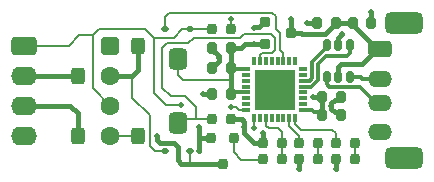
<source format=gtl>
G04*
G04 #@! TF.GenerationSoftware,Altium Limited,Altium Designer,24.1.2 (44)*
G04*
G04 Layer_Physical_Order=1*
G04 Layer_Color=25308*
%FSLAX25Y25*%
%MOIN*%
G70*
G04*
G04 #@! TF.SameCoordinates,EE77DEAB-9AB2-494E-AFD2-A50B0434E7B8*
G04*
G04*
G04 #@! TF.FilePolarity,Positive*
G04*
G01*
G75*
%ADD11C,0.00787*%
G04:AMPARAMS|DCode=14|XSize=11.81mil|YSize=27.56mil|CornerRadius=2.95mil|HoleSize=0mil|Usage=FLASHONLY|Rotation=270.000|XOffset=0mil|YOffset=0mil|HoleType=Round|Shape=RoundedRectangle|*
%AMROUNDEDRECTD14*
21,1,0.01181,0.02165,0,0,270.0*
21,1,0.00591,0.02756,0,0,270.0*
1,1,0.00591,-0.01083,-0.00295*
1,1,0.00591,-0.01083,0.00295*
1,1,0.00591,0.01083,0.00295*
1,1,0.00591,0.01083,-0.00295*
%
%ADD14ROUNDEDRECTD14*%
G04:AMPARAMS|DCode=15|XSize=11.81mil|YSize=27.56mil|CornerRadius=2.95mil|HoleSize=0mil|Usage=FLASHONLY|Rotation=180.000|XOffset=0mil|YOffset=0mil|HoleType=Round|Shape=RoundedRectangle|*
%AMROUNDEDRECTD15*
21,1,0.01181,0.02165,0,0,180.0*
21,1,0.00591,0.02756,0,0,180.0*
1,1,0.00591,-0.00295,0.01083*
1,1,0.00591,0.00295,0.01083*
1,1,0.00591,0.00295,-0.01083*
1,1,0.00591,-0.00295,-0.01083*
%
%ADD15ROUNDEDRECTD15*%
G04:AMPARAMS|DCode=16|XSize=35.43mil|YSize=31.5mil|CornerRadius=7.87mil|HoleSize=0mil|Usage=FLASHONLY|Rotation=90.000|XOffset=0mil|YOffset=0mil|HoleType=Round|Shape=RoundedRectangle|*
%AMROUNDEDRECTD16*
21,1,0.03543,0.01575,0,0,90.0*
21,1,0.01968,0.03150,0,0,90.0*
1,1,0.01575,0.00787,0.00984*
1,1,0.01575,0.00787,-0.00984*
1,1,0.01575,-0.00787,-0.00984*
1,1,0.01575,-0.00787,0.00984*
%
%ADD16ROUNDEDRECTD16*%
G04:AMPARAMS|DCode=17|XSize=39.37mil|YSize=31.5mil|CornerRadius=7.87mil|HoleSize=0mil|Usage=FLASHONLY|Rotation=90.000|XOffset=0mil|YOffset=0mil|HoleType=Round|Shape=RoundedRectangle|*
%AMROUNDEDRECTD17*
21,1,0.03937,0.01575,0,0,90.0*
21,1,0.02362,0.03150,0,0,90.0*
1,1,0.01575,0.00787,0.01181*
1,1,0.01575,0.00787,-0.01181*
1,1,0.01575,-0.00787,-0.01181*
1,1,0.01575,-0.00787,0.01181*
%
%ADD17ROUNDEDRECTD17*%
G04:AMPARAMS|DCode=18|XSize=31.5mil|YSize=35.43mil|CornerRadius=7.87mil|HoleSize=0mil|Usage=FLASHONLY|Rotation=0.000|XOffset=0mil|YOffset=0mil|HoleType=Round|Shape=RoundedRectangle|*
%AMROUNDEDRECTD18*
21,1,0.03150,0.01968,0,0,0.0*
21,1,0.01575,0.03543,0,0,0.0*
1,1,0.01575,0.00787,-0.00984*
1,1,0.01575,-0.00787,-0.00984*
1,1,0.01575,-0.00787,0.00984*
1,1,0.01575,0.00787,0.00984*
%
%ADD18ROUNDEDRECTD18*%
G04:AMPARAMS|DCode=19|XSize=17.72mil|YSize=23.62mil|CornerRadius=4.43mil|HoleSize=0mil|Usage=FLASHONLY|Rotation=270.000|XOffset=0mil|YOffset=0mil|HoleType=Round|Shape=RoundedRectangle|*
%AMROUNDEDRECTD19*
21,1,0.01772,0.01476,0,0,270.0*
21,1,0.00886,0.02362,0,0,270.0*
1,1,0.00886,-0.00738,-0.00443*
1,1,0.00886,-0.00738,0.00443*
1,1,0.00886,0.00738,0.00443*
1,1,0.00886,0.00738,-0.00443*
%
%ADD19ROUNDEDRECTD19*%
G04:AMPARAMS|DCode=20|XSize=70.87mil|YSize=62.99mil|CornerRadius=15.75mil|HoleSize=0mil|Usage=FLASHONLY|Rotation=270.000|XOffset=0mil|YOffset=0mil|HoleType=Round|Shape=RoundedRectangle|*
%AMROUNDEDRECTD20*
21,1,0.07087,0.03150,0,0,270.0*
21,1,0.03937,0.06299,0,0,270.0*
1,1,0.03150,-0.01575,-0.01968*
1,1,0.03150,-0.01575,0.01968*
1,1,0.03150,0.01575,0.01968*
1,1,0.03150,0.01575,-0.01968*
%
%ADD20ROUNDEDRECTD20*%
G04:AMPARAMS|DCode=21|XSize=31.5mil|YSize=35.43mil|CornerRadius=7.87mil|HoleSize=0mil|Usage=FLASHONLY|Rotation=90.000|XOffset=0mil|YOffset=0mil|HoleType=Round|Shape=RoundedRectangle|*
%AMROUNDEDRECTD21*
21,1,0.03150,0.01968,0,0,90.0*
21,1,0.01575,0.03543,0,0,90.0*
1,1,0.01575,0.00984,0.00787*
1,1,0.01575,0.00984,-0.00787*
1,1,0.01575,-0.00984,-0.00787*
1,1,0.01575,-0.00984,0.00787*
%
%ADD21ROUNDEDRECTD21*%
G04:AMPARAMS|DCode=22|XSize=23.62mil|YSize=39.37mil|CornerRadius=5.91mil|HoleSize=0mil|Usage=FLASHONLY|Rotation=0.000|XOffset=0mil|YOffset=0mil|HoleType=Round|Shape=RoundedRectangle|*
%AMROUNDEDRECTD22*
21,1,0.02362,0.02756,0,0,0.0*
21,1,0.01181,0.03937,0,0,0.0*
1,1,0.01181,0.00591,-0.01378*
1,1,0.01181,-0.00591,-0.01378*
1,1,0.01181,-0.00591,0.01378*
1,1,0.01181,0.00591,0.01378*
%
%ADD22ROUNDEDRECTD22*%
%ADD44R,0.13583X0.13583*%
%ADD45C,0.01181*%
%ADD46C,0.01575*%
%ADD47O,0.08661X0.06299*%
G04:AMPARAMS|DCode=48|XSize=62.99mil|YSize=86.61mil|CornerRadius=15.75mil|HoleSize=0mil|Usage=FLASHONLY|Rotation=270.000|XOffset=0mil|YOffset=0mil|HoleType=Round|Shape=RoundedRectangle|*
%AMROUNDEDRECTD48*
21,1,0.06299,0.05512,0,0,270.0*
21,1,0.03150,0.08661,0,0,270.0*
1,1,0.03150,-0.02756,-0.01575*
1,1,0.03150,-0.02756,0.01575*
1,1,0.03150,0.02756,0.01575*
1,1,0.03150,0.02756,-0.01575*
%
%ADD48ROUNDEDRECTD48*%
%ADD49C,0.06299*%
G04:AMPARAMS|DCode=50|XSize=62.99mil|YSize=62.99mil|CornerRadius=15.75mil|HoleSize=0mil|Usage=FLASHONLY|Rotation=0.000|XOffset=0mil|YOffset=0mil|HoleType=Round|Shape=RoundedRectangle|*
%AMROUNDEDRECTD50*
21,1,0.06299,0.03150,0,0,0.0*
21,1,0.03150,0.06299,0,0,0.0*
1,1,0.03150,0.01575,-0.01575*
1,1,0.03150,-0.01575,-0.01575*
1,1,0.03150,-0.01575,0.01575*
1,1,0.03150,0.01575,0.01575*
%
%ADD50ROUNDEDRECTD50*%
G04:AMPARAMS|DCode=51|XSize=47.24mil|YSize=55.12mil|CornerRadius=11.81mil|HoleSize=0mil|Usage=FLASHONLY|Rotation=0.000|XOffset=0mil|YOffset=0mil|HoleType=Round|Shape=RoundedRectangle|*
%AMROUNDEDRECTD51*
21,1,0.04724,0.03150,0,0,0.0*
21,1,0.02362,0.05512,0,0,0.0*
1,1,0.02362,0.01181,-0.01575*
1,1,0.02362,-0.01181,-0.01575*
1,1,0.02362,-0.01181,0.01575*
1,1,0.02362,0.01181,0.01575*
%
%ADD51ROUNDEDRECTD51*%
G04:AMPARAMS|DCode=52|XSize=70.87mil|YSize=125.98mil|CornerRadius=17.72mil|HoleSize=0mil|Usage=FLASHONLY|Rotation=270.000|XOffset=0mil|YOffset=0mil|HoleType=Round|Shape=RoundedRectangle|*
%AMROUNDEDRECTD52*
21,1,0.07087,0.09055,0,0,270.0*
21,1,0.03543,0.12598,0,0,270.0*
1,1,0.03543,-0.04528,-0.01772*
1,1,0.03543,-0.04528,0.01772*
1,1,0.03543,0.04528,0.01772*
1,1,0.03543,0.04528,-0.01772*
%
%ADD52ROUNDEDRECTD52*%
%ADD53O,0.07874X0.05512*%
G04:AMPARAMS|DCode=54|XSize=55.12mil|YSize=78.74mil|CornerRadius=13.78mil|HoleSize=0mil|Usage=FLASHONLY|Rotation=90.000|XOffset=0mil|YOffset=0mil|HoleType=Round|Shape=RoundedRectangle|*
%AMROUNDEDRECTD54*
21,1,0.05512,0.05118,0,0,90.0*
21,1,0.02756,0.07874,0,0,90.0*
1,1,0.02756,0.02559,0.01378*
1,1,0.02756,0.02559,-0.01378*
1,1,0.02756,-0.02559,-0.01378*
1,1,0.02756,-0.02559,0.01378*
%
%ADD54ROUNDEDRECTD54*%
%ADD55C,0.01968*%
D11*
X65945Y33071D02*
X81890D01*
X89565Y16929D02*
Y20472D01*
X68307Y5118D02*
Y9449D01*
Y4921D02*
Y5118D01*
X83661Y24016D02*
X84647Y23030D01*
X81890Y24016D02*
X83661D01*
X103348Y18305D02*
X105118Y16535D01*
X103348Y18305D02*
Y20472D01*
X101379Y17912D02*
X104724Y14567D01*
Y12205D02*
Y14567D01*
X101379Y17912D02*
Y20472D01*
X91534Y41535D02*
X92125Y42126D01*
X91534Y39370D02*
Y41535D01*
X64173Y34843D02*
Y40157D01*
Y34843D02*
X65945Y33071D01*
X70276Y20079D02*
Y24016D01*
X65354Y20079D02*
X70276D01*
X75590D01*
X64173Y18898D02*
X65354Y20079D01*
X95669Y55512D02*
X96850Y54331D01*
X60039Y54134D02*
X61417Y55512D01*
X95669D01*
X96850Y50197D02*
Y54331D01*
X60039Y50000D02*
Y54134D01*
X85433Y6496D02*
X92520D01*
X61811Y27756D02*
X66535D01*
X70276Y24016D01*
X59055Y30512D02*
Y43701D01*
Y30512D02*
X61811Y27756D01*
X84647Y23030D02*
X87008D01*
X98425Y43110D02*
X99410Y42125D01*
Y39370D02*
Y42125D01*
X56102Y47244D02*
X62795D01*
X59055Y43701D02*
X60630Y45276D01*
X35827Y48031D02*
X37992Y50197D01*
X53150D01*
X31299Y48031D02*
X35827D01*
X27795Y44528D02*
X31299Y48031D01*
X53150Y50197D02*
X56102Y47244D01*
X12992Y44528D02*
X27795D01*
X35827Y30434D02*
X41732Y24528D01*
X56693Y9449D02*
X60039D01*
X54921Y11220D02*
X56693Y9449D01*
X54921Y11220D02*
Y21339D01*
X41732Y14528D02*
X50945D01*
X35827Y30434D02*
Y48031D01*
X56102Y28740D02*
Y47244D01*
X49095Y27165D02*
Y34528D01*
X56102Y28740D02*
X60236Y24606D01*
X49095Y27165D02*
X54921Y21339D01*
X60236Y24606D02*
X65354D01*
X86417Y48425D02*
X95276D01*
X81890Y50000D02*
Y53347D01*
X98425Y43110D02*
Y48622D01*
X96850Y50197D02*
X98425Y48622D01*
X95276Y48425D02*
X96457Y47244D01*
X95472Y42126D02*
X96457Y43110D01*
Y47244D01*
X92125Y42126D02*
X95472D01*
X68307Y50000D02*
X75590D01*
X85039Y47047D02*
X86417Y48425D01*
X67716Y45276D02*
X69488Y47047D01*
X62795Y47244D02*
X65551Y50000D01*
X68307D01*
X60630Y45276D02*
X67716D01*
X69488Y47047D02*
X85039D01*
X123228Y6693D02*
Y12205D01*
X115748Y16535D02*
X116929Y15354D01*
X105118Y16535D02*
X115748D01*
X82874Y9055D02*
X85433Y6496D01*
X82874Y9055D02*
Y13780D01*
X116929Y12205D02*
Y15354D01*
X93503Y17914D02*
X94488Y16929D01*
X97638D01*
X98819Y6496D02*
Y15748D01*
X97638Y16929D02*
X98819Y15748D01*
X93503Y17914D02*
Y20472D01*
X111024Y6693D02*
Y12205D01*
D14*
X87008Y30906D02*
D03*
Y28937D02*
D03*
Y26968D02*
D03*
Y24999D02*
D03*
Y23030D02*
D03*
Y32875D02*
D03*
Y34844D02*
D03*
Y36812D02*
D03*
X105905Y34844D02*
D03*
Y23030D02*
D03*
Y24999D02*
D03*
Y26968D02*
D03*
Y28937D02*
D03*
Y30906D02*
D03*
Y32875D02*
D03*
Y36813D02*
D03*
D15*
X91534Y20472D02*
D03*
X93503D02*
D03*
X89565D02*
D03*
X95472D02*
D03*
X97441D02*
D03*
X99410D02*
D03*
X103348D02*
D03*
X101379D02*
D03*
X89565Y39370D02*
D03*
X91534D02*
D03*
X93503D02*
D03*
X103348D02*
D03*
X95472D02*
D03*
X97441D02*
D03*
X99410D02*
D03*
X101379D02*
D03*
D16*
X123228Y12205D02*
D03*
X116929D02*
D03*
X111024D02*
D03*
X104724D02*
D03*
X98819D02*
D03*
X92520D02*
D03*
X98819Y6693D02*
D03*
X92520D02*
D03*
X81890Y50000D02*
D03*
X75590D02*
D03*
X81890Y20079D02*
D03*
X75590D02*
D03*
X111024Y6693D02*
D03*
X104724D02*
D03*
X123228D02*
D03*
X116929D02*
D03*
D17*
X116929Y51968D02*
D03*
X110630D02*
D03*
X81890Y28346D02*
D03*
X75590D02*
D03*
X81890Y43701D02*
D03*
X75590D02*
D03*
X81890Y37008D02*
D03*
X75590D02*
D03*
X118504Y21260D02*
D03*
X112205D02*
D03*
X118504Y27559D02*
D03*
X112205D02*
D03*
X128740Y51968D02*
D03*
X122441D02*
D03*
D18*
X82874Y13780D02*
D03*
X79134Y5118D02*
D03*
X75394Y13780D02*
D03*
D19*
X68307Y50000D02*
D03*
X60039D02*
D03*
X68307Y9449D02*
D03*
X60039D02*
D03*
D20*
X64173Y40157D02*
D03*
Y18898D02*
D03*
D21*
X101969Y48819D02*
D03*
X93307Y52559D02*
D03*
Y45079D02*
D03*
D22*
X121457Y44685D02*
D03*
X117717D02*
D03*
Y34055D02*
D03*
X121457D02*
D03*
X113976Y44685D02*
D03*
Y34055D02*
D03*
D44*
X96457Y29921D02*
D03*
D45*
X113195Y43307D02*
X113386D01*
X109055Y39167D02*
X113195Y43307D01*
X113386D02*
X113976Y43898D01*
Y44685D01*
X109055Y33798D02*
Y39167D01*
X82480Y28937D02*
X87008D01*
X81890Y28346D02*
X82480Y28937D01*
X111235Y22441D02*
X112205Y21472D01*
Y21260D02*
Y21472D01*
X82085Y36812D02*
X87008D01*
X121457Y34055D02*
X125171D01*
X130118Y25591D02*
X131496D01*
X124803Y30906D02*
X130118Y25591D01*
X125761Y33465D02*
X131496D01*
X114764Y30906D02*
X124803D01*
X113976Y31693D02*
X114764Y30906D01*
X125171Y34055D02*
X125761Y33465D01*
X108132Y32875D02*
X109055Y33798D01*
X105905Y32875D02*
X108132D01*
X108662Y30906D02*
X110827Y33071D01*
Y38386D01*
X105905Y30906D02*
X108662D01*
X110827Y38386D02*
X113583Y41142D01*
X121457Y41929D02*
Y44685D01*
X113583Y41142D02*
X120669D01*
X121457Y41929D01*
X105905Y23030D02*
X108860D01*
X109449Y22441D01*
X111235D01*
X81890Y37008D02*
X82085Y36812D01*
X113976Y31693D02*
Y34055D01*
D46*
X105315Y48819D02*
X105709Y48425D01*
X101969Y48819D02*
X105315D01*
X105709Y48425D02*
X113386D01*
X116929Y51968D01*
X101969Y48819D02*
Y53347D01*
X117717Y44685D02*
Y47244D01*
X118898Y48425D01*
X116929Y51968D02*
X122441D01*
X81890Y28346D02*
Y33071D01*
X112205Y21472D02*
Y27559D01*
X68307Y5118D02*
X79134D01*
X65354D02*
X68307D01*
X64173Y6299D02*
X65354Y5118D01*
X64173Y6299D02*
Y10630D01*
X109252Y27559D02*
X112205D01*
X89775Y50602D02*
X91154D01*
X93110Y52559D01*
X93307D01*
X115354Y24409D02*
X115430Y24485D01*
Y25334D01*
X115354Y24409D02*
X115430Y24334D01*
Y23485D02*
Y24334D01*
Y23485D02*
X116474Y22441D01*
X115430Y25334D02*
X116474Y26378D01*
Y22441D02*
X117717D01*
X116474Y26378D02*
X117717D01*
X118397Y27059D01*
X117717Y22441D02*
X118468Y21689D01*
X118397Y27059D02*
Y27559D01*
X118468Y21260D02*
Y21689D01*
X57284Y12930D02*
X58206Y12008D01*
X62795D01*
X57284Y12930D02*
Y14567D01*
X62795Y12008D02*
X64173Y10630D01*
X86417Y17354D02*
Y19156D01*
Y15551D02*
Y17354D01*
X85495Y20079D02*
X86417Y19156D01*
X81890Y20079D02*
X85495D01*
X86417Y15551D02*
X89764Y12205D01*
X71260Y13386D02*
Y17323D01*
Y9449D02*
Y13386D01*
X71653Y13780D01*
X75394D01*
X75590Y37402D02*
X76378Y38189D01*
X81890Y33071D02*
Y37008D01*
X75590D02*
Y37402D01*
X117717Y37463D02*
X118639Y38386D01*
X117717Y34055D02*
Y37463D01*
X130635Y43307D02*
X131496D01*
X125713Y38386D02*
X130635Y43307D01*
X128711Y45231D02*
X130635Y43307D01*
X128740Y51968D02*
Y55709D01*
X72441Y28346D02*
X75590D01*
X12992Y24528D02*
X28425D01*
X30945Y14528D02*
Y22008D01*
X28425Y24528D02*
X30945Y22008D01*
X12992Y34528D02*
X30945D01*
X49095Y34528D02*
X50945Y36378D01*
Y44528D01*
X41732Y34528D02*
X49095D01*
X122441Y51575D02*
Y51968D01*
X107283D02*
X110630D01*
X89567Y45079D02*
X89567Y45079D01*
X85236Y43701D02*
X86614Y45079D01*
X89567D02*
X93307D01*
X89567Y45079D02*
X89567Y45079D01*
X86614D02*
X89567D01*
X81890Y43701D02*
X85236D01*
X122441Y51575D02*
X128711Y45305D01*
X118639Y38386D02*
X125713D01*
X128711Y45231D02*
Y45305D01*
X75590Y43307D02*
X76378Y42520D01*
X77877Y40279D02*
X77953Y40354D01*
X75590Y43307D02*
Y43701D01*
X77877Y39492D02*
Y40279D01*
Y40430D02*
X77953Y40354D01*
X76575Y38189D02*
X77877Y39492D01*
X76575Y42520D02*
X77877Y41217D01*
X76378Y42520D02*
X76575D01*
X77877Y40430D02*
Y41217D01*
X76378Y38189D02*
X76575D01*
X81890Y37008D02*
Y43701D01*
X104724Y3347D02*
Y6693D01*
X116929Y3347D02*
Y6693D01*
X92520Y12205D02*
Y15354D01*
X89764Y12205D02*
X92520D01*
D47*
X12992Y34528D02*
D03*
Y24528D02*
D03*
Y14528D02*
D03*
D48*
Y44528D02*
D03*
D49*
X41732Y34528D02*
D03*
Y24528D02*
D03*
Y14528D02*
D03*
D50*
Y44528D02*
D03*
D51*
X50945Y44528D02*
D03*
X30945Y34528D02*
D03*
Y14528D02*
D03*
X50945D02*
D03*
Y44528D02*
D03*
Y14528D02*
D03*
D52*
X139764Y51968D02*
D03*
Y7087D02*
D03*
D53*
X131496Y25591D02*
D03*
Y33465D02*
D03*
Y15748D02*
D03*
D54*
Y43307D02*
D03*
D55*
X101969Y53347D02*
D03*
X118898Y48425D02*
D03*
X115354Y24409D02*
D03*
X109252Y27559D02*
D03*
X91339Y29921D02*
D03*
X96457Y24803D02*
D03*
X101575Y29921D02*
D03*
X96457Y35039D02*
D03*
X86417Y17354D02*
D03*
X81890Y24016D02*
D03*
X71260Y9449D02*
D03*
Y17323D02*
D03*
X89764Y50591D02*
D03*
X92520Y15354D02*
D03*
X89567Y16929D02*
D03*
X57284Y14567D02*
D03*
X104724Y3347D02*
D03*
X128740Y55709D02*
D03*
X81890Y53347D02*
D03*
X107283Y51968D02*
D03*
X116929Y3347D02*
D03*
X89567Y45079D02*
D03*
X77953Y40354D02*
D03*
X72441Y28346D02*
D03*
X65354Y24606D02*
D03*
M02*

</source>
